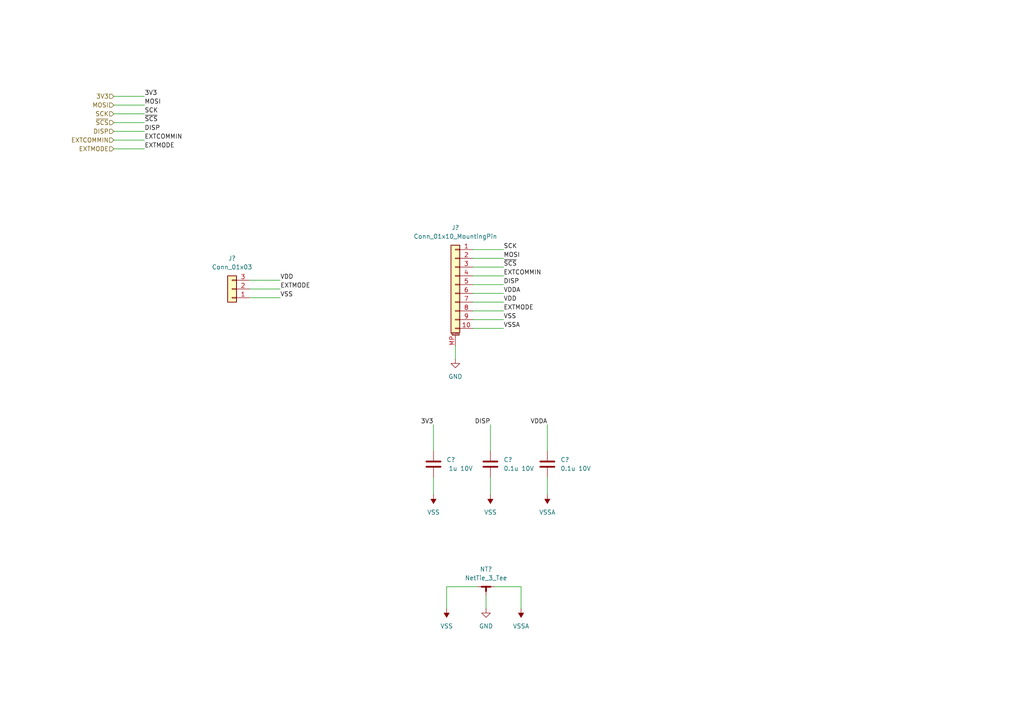
<source format=kicad_sch>
(kicad_sch (version 20230121) (generator eeschema)
  (paper "A4")
  (lib_symbols
    (symbol "Connector_Generic:Conn_01x03" (pin_names (offset 1.016) hide)
      (property "Reference" "J" (at 0 5.08 0))
      (property "Value" "Conn_01x03" (at 0 -5.08 0))
      (symbol "Conn_01x03_1_1"
        (rectangle (start -1.27 -2.413) (end 0 -2.667) (stroke (width 0.1524)))
        (rectangle (start -1.27 0.127) (end 0 -0.127) (stroke (width 0.1524)))
        (rectangle (start -1.27 2.667) (end 0 2.413) (stroke (width 0.1524)))
        (rectangle (start -1.27 3.81) (end 1.27 -3.81) (stroke (width 0.254)) (fill (type background)))
        (pin passive line (at -5.08 2.54 0) (length 3.81) (name "Pin_1") (number "1"))
        (pin passive line (at -5.08 0 0) (length 3.81) (name "Pin_2") (number "2"))
        (pin passive line (at -5.08 -2.54 0) (length 3.81) (name "Pin_3") (number "3"))
      )
    )
    (symbol "Connector_Generic_MountingPin:Conn_01x10_MountingPin" (pin_names (offset 1.016) hide)
      (property "Reference" "J" (at 0 12.7 0))
      (property "Value" "Conn_01x10_MountingPin" (at 1.27 -15.24 0))
      (symbol "Conn_01x10_MountingPin_1_1"
        (rectangle (start -1.27 -12.573) (end 0 -12.827) (stroke (width 0.1524)))
        (rectangle (start -1.27 -10.033) (end 0 -10.287) (stroke (width 0.1524)))
        (rectangle (start -1.27 -7.493) (end 0 -7.747) (stroke (width 0.1524)))
        (rectangle (start -1.27 -4.953) (end 0 -5.207) (stroke (width 0.1524)))
        (rectangle (start -1.27 -2.413) (end 0 -2.667) (stroke (width 0.1524)))
        (rectangle (start -1.27 0.127) (end 0 -0.127) (stroke (width 0.1524)))
        (rectangle (start -1.27 2.667) (end 0 2.413) (stroke (width 0.1524)))
        (rectangle (start -1.27 5.207) (end 0 4.953) (stroke (width 0.1524)))
        (rectangle (start -1.27 7.747) (end 0 7.493) (stroke (width 0.1524)))
        (rectangle (start -1.27 10.287) (end 0 10.033) (stroke (width 0.1524)))
        (rectangle (start -1.27 11.43) (end 1.27 -13.97) (stroke (width 0.254)) (fill (type background)))
        (polyline (pts (xy -1.016 -14.732) (xy 1.016 -14.732)) (stroke (width 0.1524)))
        (text "Mounting" (at 0 -14.351 0) (effects (font (size 0.381 0.381))))
        (pin passive line (at -5.08 10.16 0) (length 3.81) (name "Pin_1") (number "1"))
        (pin passive line (at -5.08 -12.7 0) (length 3.81) (name "Pin_10") (number "10"))
        (pin passive line (at -5.08 7.62 0) (length 3.81) (name "Pin_2") (number "2"))
        (pin passive line (at -5.08 5.08 0) (length 3.81) (name "Pin_3") (number "3"))
        (pin passive line (at -5.08 2.54 0) (length 3.81) (name "Pin_4") (number "4"))
        (pin passive line (at -5.08 0 0) (length 3.81) (name "Pin_5") (number "5"))
        (pin passive line (at -5.08 -2.54 0) (length 3.81) (name "Pin_6") (number "6"))
        (pin passive line (at -5.08 -5.08 0) (length 3.81) (name "Pin_7") (number "7"))
        (pin passive line (at -5.08 -7.62 0) (length 3.81) (name "Pin_8") (number "8"))
        (pin passive line (at -5.08 -10.16 0) (length 3.81) (name "Pin_9") (number "9"))
        (pin passive line (at 0 -17.78 90) (length 3.048) (name "MountPin") (number "MP"))
      )
    )
    (symbol "Device:C" (pin_numbers hide) (pin_names (offset 0.254))
      (property "Reference" "C" (at 0.635 2.54 0))
      (property "Value" "C" (at 0.635 -2.54 0))
      (symbol "C_0_1"
        (polyline (pts (xy -2.032 -0.762) (xy 2.032 -0.762)) (stroke (width 0.508)))
        (polyline (pts (xy -2.032 0.762) (xy 2.032 0.762)) (stroke (width 0.508)))
      )
      (symbol "C_1_1"
        (pin passive line (at 0 3.81 270) (length 2.794) (name "~") (number "1"))
        (pin passive line (at 0 -3.81 90) (length 2.794) (name "~") (number "2"))
      )
    )
    (symbol "Device:NetTie_3_Tee" (pin_numbers hide) (pin_names (offset 0) hide) (in_bom no)
      (property "Reference" "NT" (at 0 3.175 0))
      (property "Value" "NetTie_3_Tee" (at 0 1.27 0))
      (symbol "NetTie_3_Tee_0_1"
        (polyline (pts (xy -1.27 0) (xy 1.27 0)) (stroke (width 0.254)))
        (polyline (pts (xy -1.27 0) (xy 1.27 0)) (stroke (width 0.508)))
        (polyline (pts (xy 0 -2.54) (xy 0 -2.54)) (stroke (width 0.254)))
        (polyline (pts (xy 0 -1.27) (xy 0 0)) (stroke (width 0.508)))
      )
      (symbol "NetTie_3_Tee_1_1"
        (pin passive line (at -2.54 0 0) (length 2.54) (name "1") (number "1"))
        (pin passive line (at 2.54 0 180) (length 2.54) (name "2") (number "2"))
        (pin passive line (at 0 -2.54 90) (length 2.54) (name "3") (number "3"))
      )
    )
    (symbol "power:GND" (power) (pin_names (offset 0))
      (property "Value" "GND" (at 0 -3.81 0))
      (symbol "GND_0_1"
        (polyline (pts (xy 0 0) (xy 0 -1.27) (xy 1.27 -1.27) (xy 0 -2.54) (xy -1.27 -1.27) (xy 0 -1.27)))
      )
      (symbol "GND_1_1"
        (pin power_in line (at 0 0 270) (length 0) hide (name "GND") (number "1"))
      )
    )
    (symbol "power:VSS" (power) (pin_names (offset 0))
      (property "Value" "VSS" (at 0 3.81 0))
      (symbol "VSS_0_1"
        (polyline (pts (xy 0 0) (xy 0 2.54)))
        (polyline (pts (xy 0.762 1.27) (xy -0.762 1.27) (xy 0 2.54) (xy 0.762 1.27)) (fill (type outline)))
      )
      (symbol "VSS_1_1"
        (pin power_in line (at 0 0 90) (length 0) hide (name "VSS") (number "1"))
      )
    )
    (symbol "power:VSSA" (power) (pin_names (offset 0))
      (property "Value" "VSSA" (at 0 3.81 0))
      (symbol "VSSA_0_1"
        (polyline (pts (xy 0 0) (xy 0 2.54)))
        (polyline (pts (xy 0.762 1.27) (xy -0.762 1.27) (xy 0 2.54) (xy 0.762 1.27)) (fill (type outline)))
      )
      (symbol "VSSA_1_1"
        (pin power_in line (at 0 0 90) (length 0) hide (name "VSSA") (number "1"))
      )
    )
  )
  (wire (pts (xy 72.39 83.82) (xy 81.28 83.82)))
  (wire (pts (xy 140.97 172.72) (xy 140.97 176.53)))
  (wire (pts (xy 33.02 35.56) (xy 41.91 35.56)))
  (wire (pts (xy 142.24 123.19) (xy 142.24 130.81)))
  (wire (pts (xy 137.16 92.71) (xy 146.05 92.71)))
  (wire (pts (xy 137.16 85.09) (xy 146.05 85.09)))
  (wire (pts (xy 137.16 87.63) (xy 146.05 87.63)))
  (wire (pts (xy 137.16 74.93) (xy 146.05 74.93)))
  (wire (pts (xy 72.39 81.28) (xy 81.28 81.28)))
  (wire (pts (xy 158.75 123.19) (xy 158.75 130.81)))
  (wire (pts (xy 33.02 43.18) (xy 41.91 43.18)))
  (wire (pts (xy 137.16 82.55) (xy 146.05 82.55)))
  (wire (pts (xy 125.73 138.43) (xy 125.73 143.51)))
  (wire (pts (xy 151.13 170.18) (xy 151.13 176.53)))
  (wire (pts (xy 33.02 30.48) (xy 41.91 30.48)))
  (wire (pts (xy 33.02 40.64) (xy 41.91 40.64)))
  (wire (pts (xy 143.51 170.18) (xy 151.13 170.18)))
  (wire (pts (xy 129.54 170.18) (xy 138.43 170.18)))
  (wire (pts (xy 72.39 86.36) (xy 81.28 86.36)))
  (wire (pts (xy 142.24 138.43) (xy 142.24 143.51)))
  (wire (pts (xy 137.16 95.25) (xy 146.05 95.25)))
  (wire (pts (xy 158.75 138.43) (xy 158.75 143.51)))
  (wire (pts (xy 33.02 33.02) (xy 41.91 33.02)))
  (wire (pts (xy 137.16 72.39) (xy 146.05 72.39)))
  (wire (pts (xy 137.16 80.01) (xy 146.05 80.01)))
  (wire (pts (xy 132.08 100.33) (xy 132.08 104.14)))
  (wire (pts (xy 33.02 38.1) (xy 41.91 38.1)))
  (wire (pts (xy 33.02 27.94) (xy 41.91 27.94)))
  (wire (pts (xy 137.16 90.17) (xy 146.05 90.17)))
  (wire (pts (xy 125.73 123.19) (xy 125.73 130.81)))
  (wire (pts (xy 129.54 176.53) (xy 129.54 170.18)))
  (wire (pts (xy 137.16 77.47) (xy 146.05 77.47)))
  (label "EXTMODE" (at 81.28 83.82 0))
  (label "~{SCS}" (at 41.91 35.56 0))
  (label "EXTCOMMIN" (at 146.05 80.01 0))
  (label "SCK" (at 146.05 72.39 0))
  (label "VDD" (at 81.28 81.28 0))
  (label "EXTCOMMIN" (at 41.91 40.64 0))
  (label "SCK" (at 41.91 33.02 0))
  (label "EXTMODE" (at 146.05 90.17 0))
  (label "VDD" (at 146.05 87.63 0))
  (label "3V3" (at 41.91 27.94 0))
  (label "VSS" (at 146.05 92.71 0))
  (label "MOSI" (at 146.05 74.93 0))
  (label "EXTMODE" (at 41.91 43.18 0))
  (label "VSS" (at 81.28 86.36 0))
  (label "DISP" (at 146.05 82.55 0))
  (label "3V3" (at 125.73 123.19 180))
  (label "VDDA" (at 158.75 123.19 180))
  (label "DISP" (at 41.91 38.1 0))
  (label "VDDA" (at 146.05 85.09 0))
  (label "VSSA" (at 146.05 95.25 0))
  (label "~{SCS}" (at 146.05 77.47 0))
  (label "DISP" (at 142.24 123.19 180))
  (label "MOSI" (at 41.91 30.48 0))
  (hierarchical_label "EXTCOMMIN" (shape input) (at 33.02 40.64 180))
  (hierarchical_label "DISP" (shape input) (at 33.02 38.1 180))
  (hierarchical_label "MOSI" (shape input) (at 33.02 30.48 180))
  (hierarchical_label "SCK" (shape input) (at 33.02 33.02 180))
  (hierarchical_label "EXTMODE" (shape input) (at 33.02 43.18 180))
  (hierarchical_label "~{SCS}" (shape input) (at 33.02 35.56 180))
  (hierarchical_label "3V3" (shape input) (at 33.02 27.94 180))
  (symbol (lib_id "Device:C") (at 142.24 134.62 0) (unit 1)
    (property "Reference" "C?" (at 146.05 133.35 0) (effects (justify left)))
    (property "Value" "0.1u 10V" (at 146.05 135.89 0) (effects (justify left)))
  )
  (symbol (lib_id "power:VSSA") (at 158.75 143.51 180) (unit 1)
    (property "Reference" "#PWR0403" (effects hide))
    (property "Value" "VSSA" (at 158.75 148.59 0))
  )
  (symbol (lib_id "Device:NetTie_3_Tee") (at 140.97 170.18 0) (unit 1) (in_bom no)
    (property "Reference" "NT?" (at 140.97 165.1 0))
    (property "Value" "NetTie_3_Tee" (at 140.97 167.64 0))
  )
  (symbol (lib_id "power:VSS") (at 142.24 143.51 180) (unit 1)
    (property "Reference" "#PWR0402" (effects hide))
    (property "Value" "VSS" (at 142.24 148.59 0))
  )
  (symbol (lib_id "Connector_Generic:Conn_01x03") (at 67.31 83.82 180) (unit 1)
    (property "Reference" "J?" (at 67.31 74.93 0))
    (property "Value" "Conn_01x03" (at 67.31 77.47 0))
    (property "Footprint" "Connector_PinHeader_2.54mm:PinHeader_1x03_P2.54mm_Vertical" (effects hide))
  )
  (symbol (lib_id "power:GND") (at 140.97 176.53 0) (unit 1)
    (property "Reference" "#PWR0303" (effects hide))
    (property "Value" "GND" (at 140.97 181.61 0))
    (instances (project "DisplayConverterTesterBoard" (path "" (reference "#PWR0303") (unit 1)) (path "" (reference "#PWR0404") (unit 1))))
  )
  (symbol (lib_id "power:VSSA") (at 151.13 176.53 180) (unit 1)
    (property "Reference" "#PWR0406" (effects hide))
    (property "Value" "VSSA" (at 151.13 181.61 0))
  )
  (symbol (lib_id "power:GND") (at 132.08 104.14 0) (unit 1)
    (property "Reference" "#PWR0303" (effects hide))
    (property "Value" "GND" (at 132.08 109.22 0))
    (instances (project "DisplayConverterTesterBoard" (path "" (reference "#PWR0303") (unit 1)) (path "" (reference "#PWR0405") (unit 1))))
  )
  (symbol (lib_id "Device:C") (at 158.75 134.62 0) (unit 1)
    (property "Reference" "C?" (at 162.56 133.35 0) (effects (justify left)))
    (property "Value" "0.1u 10V" (at 162.56 135.89 0) (effects (justify left)))
  )
  (symbol (lib_id "power:VSS") (at 129.54 176.53 180) (unit 1)
    (property "Reference" "#PWR0407" (effects hide))
    (property "Value" "VSS" (at 129.54 181.61 0))
  )
  (symbol (lib_id "Connector_Generic_MountingPin:Conn_01x10_MountingPin") (at 132.08 82.55 0) (mirror y) (unit 1)
    (property "Reference" "J?" (at 132.08 66.04 0))
    (property "Value" "Conn_01x10_MountingPin" (at 132.08 68.58 0))
    (property "Footprint" "Connector_FFC-FPC:Hirose_FH12-10S-0.5SH_1x10-1MP_P0.50mm_Horizontal" (effects hide))
  )
  (symbol (lib_id "Device:C") (at 125.73 134.62 0) (mirror y) (unit 1)
    (property "Reference" "C?" (at 132.08 133.35 0) (effects (justify left)))
    (property "Value" "1u 10V" (at 137.16 135.89 0) (effects (justify left)))
  )
  (symbol (lib_id "power:VSS") (at 125.73 143.51 180) (unit 1)
    (property "Reference" "#PWR0401" (effects hide))
    (property "Value" "VSS" (at 125.73 148.59 0))
  )
)
</source>
